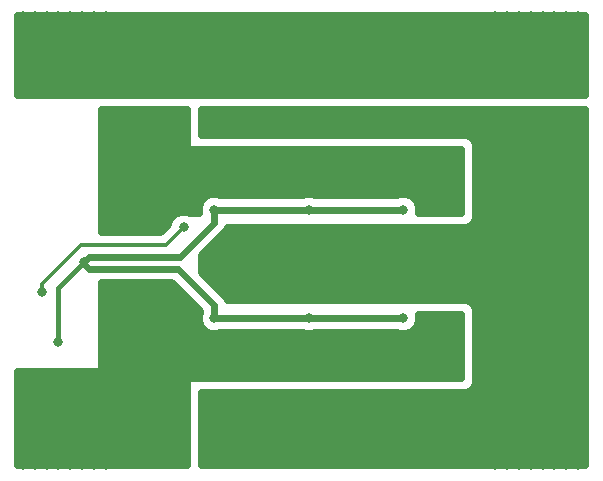
<source format=gbr>
%TF.GenerationSoftware,KiCad,Pcbnew,no-vcs-found*%
%TF.CreationDate,2017-10-06T12:39:31+10:30*%
%TF.ProjectId,antispark-pcb,616E7469737061726B2D7063622E6B69,1.0*%
%TF.SameCoordinates,Original*%
%TF.FileFunction,Copper,L2,Bot,Signal*%
%TF.FilePolarity,Positive*%
%FSLAX46Y46*%
G04 Gerber Fmt 4.6, Leading zero omitted, Abs format (unit mm)*
G04 Created by KiCad (PCBNEW no-vcs-found) date Fri Oct  6 12:39:31 2017*
%MOMM*%
%LPD*%
G01*
G04 APERTURE LIST*
%TA.AperFunction,ViaPad*%
%ADD10C,0.800000*%
%TD*%
%TA.AperFunction,Conductor*%
%ADD11C,0.350000*%
%TD*%
%TA.AperFunction,Conductor*%
%ADD12C,0.600000*%
%TD*%
%TA.AperFunction,Conductor*%
%ADD13C,0.400000*%
%TD*%
%TA.AperFunction,Conductor*%
%ADD14C,0.250000*%
%TD*%
%TA.AperFunction,Conductor*%
%ADD15C,0.500000*%
%TD*%
G04 APERTURE END LIST*
D10*
%TO.N,GNDPWR*%
X103000000Y-124400000D03*
X115000000Y-118900000D03*
X133200000Y-121000000D03*
X137600000Y-123000000D03*
X137600000Y-122000000D03*
X137600000Y-121000000D03*
X133200000Y-123000000D03*
X133200000Y-122000000D03*
X129600000Y-123000000D03*
X125200000Y-121000000D03*
X125200000Y-122000000D03*
X129600000Y-121000000D03*
X125200000Y-123000000D03*
X129600000Y-122000000D03*
X117200000Y-123000000D03*
X117200000Y-121000000D03*
X117200000Y-122000000D03*
X121600000Y-122000000D03*
X121600000Y-121000000D03*
X121600000Y-123000000D03*
X148400000Y-133000000D03*
X147400000Y-133000000D03*
X146400000Y-133000000D03*
X145400000Y-133000000D03*
X144400000Y-133000000D03*
X143400000Y-133000000D03*
X142400000Y-133000000D03*
X141400000Y-133000000D03*
X148400000Y-139000000D03*
X147400000Y-139000000D03*
X146400000Y-139000000D03*
X145400000Y-139000000D03*
X144400000Y-139000000D03*
X143400000Y-139000000D03*
X142400000Y-139000000D03*
X141400000Y-139000000D03*
%TO.N,GATE*%
X106600000Y-121800000D03*
X104400000Y-128600000D03*
X133600000Y-126600000D03*
X125600000Y-126600000D03*
X117600000Y-126600000D03*
X133600000Y-117400000D03*
X125600000Y-117400000D03*
X117600000Y-117400000D03*
%TO.N,+BATT*%
X103400000Y-107000000D03*
X143400000Y-107000000D03*
X148400000Y-107000000D03*
X141400000Y-107000000D03*
X141400000Y-101000000D03*
X146400000Y-101000000D03*
X143400000Y-101000000D03*
X148400000Y-101000000D03*
X142400000Y-101000000D03*
X145400000Y-101000000D03*
X142400000Y-107000000D03*
X145400000Y-107000000D03*
X147400000Y-107000000D03*
X147400000Y-101000000D03*
X146400000Y-107000000D03*
X144400000Y-101000000D03*
X144400000Y-107000000D03*
X108400000Y-107000000D03*
X107400000Y-107000000D03*
X106400000Y-107000000D03*
X105400000Y-107000000D03*
X104400000Y-107000000D03*
X102400000Y-107000000D03*
X101400000Y-107000000D03*
X108400000Y-101000000D03*
X107400000Y-101000000D03*
X106400000Y-101000000D03*
X105400000Y-101000000D03*
X104400000Y-101000000D03*
X103400000Y-101000000D03*
X102400000Y-101000000D03*
X101400000Y-101000000D03*
%TO.N,SW_OFF*%
X137100000Y-114400000D03*
X136000000Y-114400000D03*
X134800000Y-114400000D03*
X133600000Y-114400000D03*
X129200000Y-114400000D03*
X128000000Y-114400000D03*
X126800000Y-114400000D03*
X125600000Y-114400000D03*
X121200000Y-114400000D03*
X120000000Y-114400000D03*
X118800000Y-114400000D03*
X117600000Y-114400000D03*
X137200000Y-129500000D03*
X136000000Y-129500000D03*
X134900000Y-129500000D03*
X133700000Y-129500000D03*
X129100000Y-129500000D03*
X128000000Y-129500000D03*
X126800000Y-129500000D03*
X125600000Y-129500000D03*
X121200000Y-129500000D03*
X120000000Y-129500000D03*
X118800000Y-129500000D03*
X117600000Y-129500000D03*
X108400000Y-133000000D03*
X107400000Y-133000000D03*
X106400000Y-133000000D03*
X105400000Y-133000000D03*
X104400000Y-133000000D03*
X103400000Y-133000000D03*
X102400000Y-133000000D03*
X101400000Y-133000000D03*
X108400000Y-139000000D03*
X107400000Y-139000000D03*
X106400000Y-139000000D03*
X105400000Y-139000000D03*
X104400000Y-139000000D03*
X103400000Y-139000000D03*
X102400000Y-139000000D03*
X101400000Y-139000000D03*
%TD*%
D11*
%TO.N,GNDPWR*%
X103000000Y-124400000D02*
X103000000Y-123700000D01*
X103000000Y-123700000D02*
X106300000Y-120400000D01*
X106300000Y-120400000D02*
X113500000Y-120400000D01*
X113500000Y-120400000D02*
X114600001Y-119299999D01*
X114600001Y-119299999D02*
X115000000Y-118900000D01*
D12*
%TO.N,GATE*%
X117600000Y-126500000D02*
X117600000Y-125500000D01*
X117600000Y-125500000D02*
X114500000Y-122400000D01*
X114500000Y-122400000D02*
X107000000Y-122400000D01*
X107000000Y-122400000D02*
X106600000Y-122000000D01*
X117600000Y-117400000D02*
X117600000Y-118500000D01*
X117600000Y-118500000D02*
X114700000Y-121400000D01*
X114700000Y-121400000D02*
X107000000Y-121400000D01*
X107000000Y-121400000D02*
X106600000Y-121800000D01*
D13*
X104400000Y-128600000D02*
X104400000Y-124000000D01*
X104400000Y-124000000D02*
X106600000Y-121800000D01*
D14*
X117600000Y-126600000D02*
X117600000Y-126500000D01*
X106600000Y-122000000D02*
X106600000Y-121800000D01*
D12*
X125600000Y-126600000D02*
X125034315Y-126600000D01*
X125034315Y-126600000D02*
X117600000Y-126600000D01*
X133600000Y-126600000D02*
X133034315Y-126600000D01*
X133034315Y-126600000D02*
X125600000Y-126600000D01*
X125600000Y-117400000D02*
X117600000Y-117400000D01*
X133600000Y-117400000D02*
X125600000Y-117400000D01*
%TD*%
D15*
%TO.N,+BATT*%
G36*
X149075000Y-107750000D02*
X100925000Y-107750000D01*
X100925000Y-100925000D01*
X149075000Y-100925000D01*
X149075000Y-107750000D01*
X149075000Y-107750000D01*
G37*
X149075000Y-107750000D02*
X100925000Y-107750000D01*
X100925000Y-100925000D01*
X149075000Y-100925000D01*
X149075000Y-107750000D01*
%TO.N,GNDPWR*%
G36*
X149075000Y-139075000D02*
X116450000Y-139075000D01*
X116450000Y-132850000D01*
X138800000Y-132850000D01*
X139125281Y-132785298D01*
X139401041Y-132601041D01*
X139585298Y-132325281D01*
X139650000Y-132000000D01*
X139650000Y-126000000D01*
X139585298Y-125674719D01*
X139401041Y-125398959D01*
X139125281Y-125214702D01*
X138800000Y-125150000D01*
X118680380Y-125150000D01*
X118662461Y-125059914D01*
X118413173Y-124686827D01*
X116450000Y-122723654D01*
X116450000Y-121276346D01*
X118413173Y-119313173D01*
X118662461Y-118940086D01*
X118680380Y-118850000D01*
X138800000Y-118850000D01*
X139125281Y-118785298D01*
X139401041Y-118601041D01*
X139585298Y-118325281D01*
X139650000Y-118000000D01*
X139650000Y-112000000D01*
X139585298Y-111674719D01*
X139401041Y-111398959D01*
X139125281Y-111214702D01*
X138800000Y-111150000D01*
X116450000Y-111150000D01*
X116450000Y-108850000D01*
X149075000Y-108850000D01*
X149075000Y-139075000D01*
X149075000Y-139075000D01*
G37*
X149075000Y-139075000D02*
X116450000Y-139075000D01*
X116450000Y-132850000D01*
X138800000Y-132850000D01*
X139125281Y-132785298D01*
X139401041Y-132601041D01*
X139585298Y-132325281D01*
X139650000Y-132000000D01*
X139650000Y-126000000D01*
X139585298Y-125674719D01*
X139401041Y-125398959D01*
X139125281Y-125214702D01*
X138800000Y-125150000D01*
X118680380Y-125150000D01*
X118662461Y-125059914D01*
X118413173Y-124686827D01*
X116450000Y-122723654D01*
X116450000Y-121276346D01*
X118413173Y-119313173D01*
X118662461Y-118940086D01*
X118680380Y-118850000D01*
X138800000Y-118850000D01*
X139125281Y-118785298D01*
X139401041Y-118601041D01*
X139585298Y-118325281D01*
X139650000Y-118000000D01*
X139650000Y-112000000D01*
X139585298Y-111674719D01*
X139401041Y-111398959D01*
X139125281Y-111214702D01*
X138800000Y-111150000D01*
X116450000Y-111150000D01*
X116450000Y-108850000D01*
X149075000Y-108850000D01*
X149075000Y-139075000D01*
%TO.N,SW_OFF*%
G36*
X116450000Y-125976346D02*
X116450000Y-126109965D01*
X116350217Y-126350269D01*
X116349783Y-126847550D01*
X116539684Y-127307143D01*
X116891007Y-127659081D01*
X117350269Y-127849783D01*
X117847550Y-127850217D01*
X118090092Y-127750000D01*
X125109965Y-127750000D01*
X125350269Y-127849783D01*
X125847550Y-127850217D01*
X126090092Y-127750000D01*
X133109965Y-127750000D01*
X133350269Y-127849783D01*
X133847550Y-127850217D01*
X134307143Y-127660316D01*
X134659081Y-127308993D01*
X134849783Y-126849731D01*
X134850217Y-126352450D01*
X134807885Y-126250000D01*
X138550000Y-126250000D01*
X138550000Y-131750000D01*
X115600000Y-131750000D01*
X115504329Y-131769030D01*
X115423223Y-131823223D01*
X115369030Y-131904329D01*
X115350000Y-132000000D01*
X115350000Y-139075000D01*
X100925000Y-139075000D01*
X100925000Y-131050000D01*
X107800000Y-131050000D01*
X107895671Y-131030970D01*
X107976777Y-130976777D01*
X108030970Y-130895671D01*
X108050000Y-130800000D01*
X108050000Y-123550000D01*
X114023654Y-123550000D01*
X116450000Y-125976346D01*
X116450000Y-125976346D01*
G37*
X116450000Y-125976346D02*
X116450000Y-126109965D01*
X116350217Y-126350269D01*
X116349783Y-126847550D01*
X116539684Y-127307143D01*
X116891007Y-127659081D01*
X117350269Y-127849783D01*
X117847550Y-127850217D01*
X118090092Y-127750000D01*
X125109965Y-127750000D01*
X125350269Y-127849783D01*
X125847550Y-127850217D01*
X126090092Y-127750000D01*
X133109965Y-127750000D01*
X133350269Y-127849783D01*
X133847550Y-127850217D01*
X134307143Y-127660316D01*
X134659081Y-127308993D01*
X134849783Y-126849731D01*
X134850217Y-126352450D01*
X134807885Y-126250000D01*
X138550000Y-126250000D01*
X138550000Y-131750000D01*
X115600000Y-131750000D01*
X115504329Y-131769030D01*
X115423223Y-131823223D01*
X115369030Y-131904329D01*
X115350000Y-132000000D01*
X115350000Y-139075000D01*
X100925000Y-139075000D01*
X100925000Y-131050000D01*
X107800000Y-131050000D01*
X107895671Y-131030970D01*
X107976777Y-130976777D01*
X108030970Y-130895671D01*
X108050000Y-130800000D01*
X108050000Y-123550000D01*
X114023654Y-123550000D01*
X116450000Y-125976346D01*
G36*
X115350000Y-112000000D02*
X115369030Y-112095671D01*
X115423223Y-112176777D01*
X115504329Y-112230970D01*
X115600000Y-112250000D01*
X138550000Y-112250000D01*
X138550000Y-117750000D01*
X134808148Y-117750000D01*
X134849783Y-117649731D01*
X134850217Y-117152450D01*
X134660316Y-116692857D01*
X134308993Y-116340919D01*
X133849731Y-116150217D01*
X133352450Y-116149783D01*
X133109908Y-116250000D01*
X126090035Y-116250000D01*
X125849731Y-116150217D01*
X125352450Y-116149783D01*
X125109908Y-116250000D01*
X118090035Y-116250000D01*
X117849731Y-116150217D01*
X117352450Y-116149783D01*
X116892857Y-116339684D01*
X116540919Y-116691007D01*
X116350217Y-117150269D01*
X116349783Y-117647550D01*
X116392115Y-117750000D01*
X115600000Y-117750000D01*
X115525651Y-117764789D01*
X115249731Y-117650217D01*
X114752450Y-117649783D01*
X114292857Y-117839684D01*
X113940919Y-118191007D01*
X113750217Y-118650269D01*
X113750173Y-118700258D01*
X113075432Y-119375000D01*
X108050000Y-119375000D01*
X108050000Y-108850000D01*
X115350000Y-108850000D01*
X115350000Y-112000000D01*
X115350000Y-112000000D01*
G37*
X115350000Y-112000000D02*
X115369030Y-112095671D01*
X115423223Y-112176777D01*
X115504329Y-112230970D01*
X115600000Y-112250000D01*
X138550000Y-112250000D01*
X138550000Y-117750000D01*
X134808148Y-117750000D01*
X134849783Y-117649731D01*
X134850217Y-117152450D01*
X134660316Y-116692857D01*
X134308993Y-116340919D01*
X133849731Y-116150217D01*
X133352450Y-116149783D01*
X133109908Y-116250000D01*
X126090035Y-116250000D01*
X125849731Y-116150217D01*
X125352450Y-116149783D01*
X125109908Y-116250000D01*
X118090035Y-116250000D01*
X117849731Y-116150217D01*
X117352450Y-116149783D01*
X116892857Y-116339684D01*
X116540919Y-116691007D01*
X116350217Y-117150269D01*
X116349783Y-117647550D01*
X116392115Y-117750000D01*
X115600000Y-117750000D01*
X115525651Y-117764789D01*
X115249731Y-117650217D01*
X114752450Y-117649783D01*
X114292857Y-117839684D01*
X113940919Y-118191007D01*
X113750217Y-118650269D01*
X113750173Y-118700258D01*
X113075432Y-119375000D01*
X108050000Y-119375000D01*
X108050000Y-108850000D01*
X115350000Y-108850000D01*
X115350000Y-112000000D01*
%TD*%
M02*

</source>
